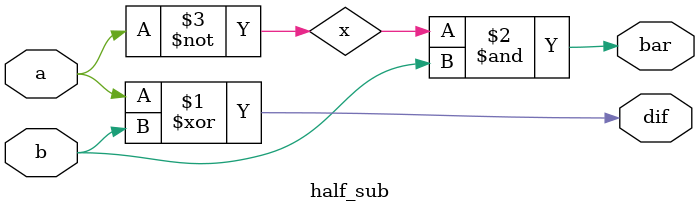
<source format=v>
module half_sub(
  input a,b,
  output dif,bar);
  wire x;
  not (x,a);
  xor (dif,a,b);
  and (bar,x,b);
endmodule

</source>
